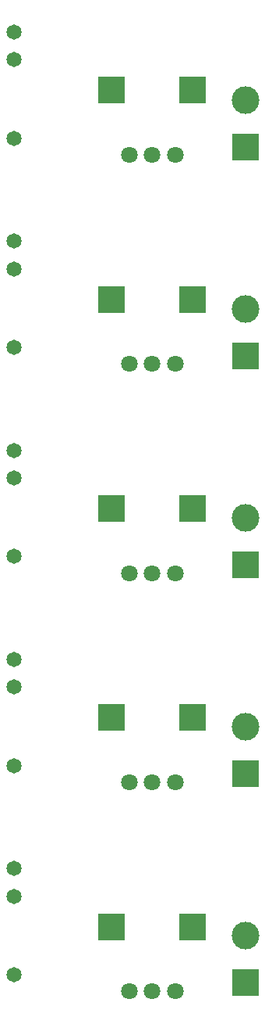
<source format=gbr>
G04 #@! TF.GenerationSoftware,KiCad,Pcbnew,(5.0.1-3-g963ef8bb5)*
G04 #@! TF.CreationDate,2019-10-31T13:33:25-05:00*
G04 #@! TF.ProjectId,ec_trim_12hp_module,65635F7472696D5F313268705F6D6F64,rev?*
G04 #@! TF.SameCoordinates,Original*
G04 #@! TF.FileFunction,Copper,L2,Bot,Signal*
G04 #@! TF.FilePolarity,Positive*
%FSLAX46Y46*%
G04 Gerber Fmt 4.6, Leading zero omitted, Abs format (unit mm)*
G04 Created by KiCad (PCBNEW (5.0.1-3-g963ef8bb5)) date Thursday, October 31, 2019 at 01:33:25 PM*
%MOMM*%
%LPD*%
G01*
G04 APERTURE LIST*
G04 #@! TA.AperFunction,ComponentPad*
%ADD10C,3.000000*%
G04 #@! TD*
G04 #@! TA.AperFunction,ComponentPad*
%ADD11R,3.000000X3.000000*%
G04 #@! TD*
G04 #@! TA.AperFunction,ComponentPad*
%ADD12C,1.800000*%
G04 #@! TD*
G04 #@! TA.AperFunction,ComponentPad*
%ADD13C,1.650000*%
G04 #@! TD*
G04 APERTURE END LIST*
D10*
G04 #@! TO.P,J1004,2*
G04 #@! TO.N,Net-(J1004-Pad2)*
X107601000Y-116459000D03*
D11*
G04 #@! TO.P,J1004,1*
G04 #@! TO.N,Net-(J1004-Pad1)*
X107601000Y-121539000D03*
G04 #@! TD*
G04 #@! TO.P,J1005,1*
G04 #@! TO.N,Net-(J1005-Pad1)*
X107601000Y-144145000D03*
D10*
G04 #@! TO.P,J1005,2*
G04 #@! TO.N,Net-(J1005-Pad2)*
X107601000Y-139065000D03*
G04 #@! TD*
D11*
G04 #@! TO.P,RV1002,*
G04 #@! TO.N,*
X93055000Y-70182750D03*
X101855000Y-70182750D03*
D12*
G04 #@! TO.P,RV1002,1*
G04 #@! TO.N,Net-(RV1002-Pad1)*
X94955000Y-77182750D03*
G04 #@! TO.P,RV1002,3*
G04 #@! TO.N,Net-(J1002-Pad2)*
X99955000Y-77182750D03*
G04 #@! TO.P,RV1002,2*
G04 #@! TO.N,Net-(J1002-Pad1)*
X97455000Y-77182750D03*
G04 #@! TD*
D11*
G04 #@! TO.P,RV1004,*
G04 #@! TO.N,*
X93055000Y-115444250D03*
X101855000Y-115444250D03*
D12*
G04 #@! TO.P,RV1004,1*
G04 #@! TO.N,Net-(RV1004-Pad1)*
X94955000Y-122444250D03*
G04 #@! TO.P,RV1004,3*
G04 #@! TO.N,Net-(J1004-Pad2)*
X99955000Y-122444250D03*
G04 #@! TO.P,RV1004,2*
G04 #@! TO.N,Net-(J1004-Pad1)*
X97455000Y-122444250D03*
G04 #@! TD*
G04 #@! TO.P,RV1005,2*
G04 #@! TO.N,Net-(J1005-Pad1)*
X97455000Y-145075000D03*
G04 #@! TO.P,RV1005,3*
G04 #@! TO.N,Net-(J1005-Pad2)*
X99955000Y-145075000D03*
G04 #@! TO.P,RV1005,1*
G04 #@! TO.N,Net-(RV1005-Pad1)*
X94955000Y-145075000D03*
D11*
G04 #@! TO.P,RV1005,*
G04 #@! TO.N,*
X101855000Y-138075000D03*
X93055000Y-138075000D03*
G04 #@! TD*
D12*
G04 #@! TO.P,RV1003,2*
G04 #@! TO.N,Net-(J1003-Pad1)*
X97455000Y-99813500D03*
G04 #@! TO.P,RV1003,3*
G04 #@! TO.N,Net-(J1003-Pad2)*
X99955000Y-99813500D03*
G04 #@! TO.P,RV1003,1*
G04 #@! TO.N,Net-(RV1003-Pad1)*
X94955000Y-99813500D03*
D11*
G04 #@! TO.P,RV1003,*
G04 #@! TO.N,*
X101855000Y-92813500D03*
X93055000Y-92813500D03*
G04 #@! TD*
D10*
G04 #@! TO.P,J1002,2*
G04 #@! TO.N,Net-(J1002-Pad2)*
X107601000Y-71247000D03*
D11*
G04 #@! TO.P,J1002,1*
G04 #@! TO.N,Net-(J1002-Pad1)*
X107601000Y-76327000D03*
G04 #@! TD*
G04 #@! TO.P,J1003,1*
G04 #@! TO.N,Net-(J1003-Pad1)*
X107601000Y-98933000D03*
D10*
G04 #@! TO.P,J1003,2*
G04 #@! TO.N,Net-(J1003-Pad2)*
X107601000Y-93853000D03*
G04 #@! TD*
D13*
G04 #@! TO.P,U1004,P$3*
G04 #@! TO.N,Net-(J1004-Pad2)*
X82455000Y-109144250D03*
G04 #@! TO.P,U1004,P$2*
G04 #@! TO.N,Net-(U1004-PadP$2)*
X82455000Y-112144250D03*
G04 #@! TO.P,U1004,P$1*
G04 #@! TO.N,Net-(RV1004-Pad1)*
X82455000Y-120644250D03*
G04 #@! TD*
G04 #@! TO.P,U1005,P$1*
G04 #@! TO.N,Net-(RV1005-Pad1)*
X82455000Y-143275000D03*
G04 #@! TO.P,U1005,P$2*
G04 #@! TO.N,Net-(U1005-PadP$2)*
X82455000Y-134775000D03*
G04 #@! TO.P,U1005,P$3*
G04 #@! TO.N,Net-(J1005-Pad2)*
X82455000Y-131775000D03*
G04 #@! TD*
G04 #@! TO.P,U1002,P$3*
G04 #@! TO.N,Net-(J1002-Pad2)*
X82455000Y-63882750D03*
G04 #@! TO.P,U1002,P$2*
G04 #@! TO.N,Net-(U1002-PadP$2)*
X82455000Y-66882750D03*
G04 #@! TO.P,U1002,P$1*
G04 #@! TO.N,Net-(RV1002-Pad1)*
X82455000Y-75382750D03*
G04 #@! TD*
G04 #@! TO.P,U1003,P$1*
G04 #@! TO.N,Net-(RV1003-Pad1)*
X82455000Y-98013500D03*
G04 #@! TO.P,U1003,P$2*
G04 #@! TO.N,Net-(U1003-PadP$2)*
X82455000Y-89513500D03*
G04 #@! TO.P,U1003,P$3*
G04 #@! TO.N,Net-(J1003-Pad2)*
X82455000Y-86513500D03*
G04 #@! TD*
D11*
G04 #@! TO.P,J1001,1*
G04 #@! TO.N,Net-(J1001-Pad1)*
X107601000Y-53721000D03*
D10*
G04 #@! TO.P,J1001,2*
G04 #@! TO.N,Net-(J1001-Pad2)*
X107601000Y-48641000D03*
G04 #@! TD*
D12*
G04 #@! TO.P,RV1001,2*
G04 #@! TO.N,Net-(J1001-Pad1)*
X97455000Y-54552000D03*
G04 #@! TO.P,RV1001,3*
G04 #@! TO.N,Net-(J1001-Pad2)*
X99955000Y-54552000D03*
G04 #@! TO.P,RV1001,1*
G04 #@! TO.N,Net-(RV1001-Pad1)*
X94955000Y-54552000D03*
D11*
G04 #@! TO.P,RV1001,*
G04 #@! TO.N,*
X101855000Y-47552000D03*
X93055000Y-47552000D03*
G04 #@! TD*
D13*
G04 #@! TO.P,U1001,P$1*
G04 #@! TO.N,Net-(RV1001-Pad1)*
X82455000Y-52752000D03*
G04 #@! TO.P,U1001,P$2*
G04 #@! TO.N,Net-(U1001-PadP$2)*
X82455000Y-44252000D03*
G04 #@! TO.P,U1001,P$3*
G04 #@! TO.N,Net-(J1001-Pad2)*
X82455000Y-41252000D03*
G04 #@! TD*
M02*

</source>
